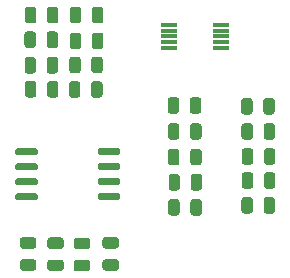
<source format=gtp>
G04 #@! TF.GenerationSoftware,KiCad,Pcbnew,(5.1.6)-1*
G04 #@! TF.CreationDate,2022-01-24T22:45:59-06:00*
G04 #@! TF.ProjectId,bassDrum,62617373-4472-4756-9d2e-6b696361645f,rev?*
G04 #@! TF.SameCoordinates,Original*
G04 #@! TF.FileFunction,Paste,Top*
G04 #@! TF.FilePolarity,Positive*
%FSLAX46Y46*%
G04 Gerber Fmt 4.6, Leading zero omitted, Abs format (unit mm)*
G04 Created by KiCad (PCBNEW (5.1.6)-1) date 2022-01-24 22:45:59*
%MOMM*%
%LPD*%
G01*
G04 APERTURE LIST*
%ADD10R,1.400000X0.300000*%
G04 APERTURE END LIST*
G36*
G01*
X107896600Y-110590650D02*
X107896600Y-109678150D01*
G75*
G02*
X108140350Y-109434400I243750J0D01*
G01*
X108627850Y-109434400D01*
G75*
G02*
X108871600Y-109678150I0J-243750D01*
G01*
X108871600Y-110590650D01*
G75*
G02*
X108627850Y-110834400I-243750J0D01*
G01*
X108140350Y-110834400D01*
G75*
G02*
X107896600Y-110590650I0J243750D01*
G01*
G37*
G36*
G01*
X109771600Y-110590650D02*
X109771600Y-109678150D01*
G75*
G02*
X110015350Y-109434400I243750J0D01*
G01*
X110502850Y-109434400D01*
G75*
G02*
X110746600Y-109678150I0J-243750D01*
G01*
X110746600Y-110590650D01*
G75*
G02*
X110502850Y-110834400I-243750J0D01*
G01*
X110015350Y-110834400D01*
G75*
G02*
X109771600Y-110590650I0J243750D01*
G01*
G37*
G36*
G01*
X115971500Y-110412850D02*
X115971500Y-109500350D01*
G75*
G02*
X116215250Y-109256600I243750J0D01*
G01*
X116702750Y-109256600D01*
G75*
G02*
X116946500Y-109500350I0J-243750D01*
G01*
X116946500Y-110412850D01*
G75*
G02*
X116702750Y-110656600I-243750J0D01*
G01*
X116215250Y-110656600D01*
G75*
G02*
X115971500Y-110412850I0J243750D01*
G01*
G37*
G36*
G01*
X114096500Y-110412850D02*
X114096500Y-109500350D01*
G75*
G02*
X114340250Y-109256600I243750J0D01*
G01*
X114827750Y-109256600D01*
G75*
G02*
X115071500Y-109500350I0J-243750D01*
G01*
X115071500Y-110412850D01*
G75*
G02*
X114827750Y-110656600I-243750J0D01*
G01*
X114340250Y-110656600D01*
G75*
G02*
X114096500Y-110412850I0J243750D01*
G01*
G37*
G36*
G01*
X97605000Y-98551050D02*
X97605000Y-97638550D01*
G75*
G02*
X97848750Y-97394800I243750J0D01*
G01*
X98336250Y-97394800D01*
G75*
G02*
X98580000Y-97638550I0J-243750D01*
G01*
X98580000Y-98551050D01*
G75*
G02*
X98336250Y-98794800I-243750J0D01*
G01*
X97848750Y-98794800D01*
G75*
G02*
X97605000Y-98551050I0J243750D01*
G01*
G37*
G36*
G01*
X95730000Y-98551050D02*
X95730000Y-97638550D01*
G75*
G02*
X95973750Y-97394800I243750J0D01*
G01*
X96461250Y-97394800D01*
G75*
G02*
X96705000Y-97638550I0J-243750D01*
G01*
X96705000Y-98551050D01*
G75*
G02*
X96461250Y-98794800I-243750J0D01*
G01*
X95973750Y-98794800D01*
G75*
G02*
X95730000Y-98551050I0J243750D01*
G01*
G37*
G36*
G01*
X95727700Y-96392050D02*
X95727700Y-95479550D01*
G75*
G02*
X95971450Y-95235800I243750J0D01*
G01*
X96458950Y-95235800D01*
G75*
G02*
X96702700Y-95479550I0J-243750D01*
G01*
X96702700Y-96392050D01*
G75*
G02*
X96458950Y-96635800I-243750J0D01*
G01*
X95971450Y-96635800D01*
G75*
G02*
X95727700Y-96392050I0J243750D01*
G01*
G37*
G36*
G01*
X97602700Y-96392050D02*
X97602700Y-95479550D01*
G75*
G02*
X97846450Y-95235800I243750J0D01*
G01*
X98333950Y-95235800D01*
G75*
G02*
X98577700Y-95479550I0J-243750D01*
G01*
X98577700Y-96392050D01*
G75*
G02*
X98333950Y-96635800I-243750J0D01*
G01*
X97846450Y-96635800D01*
G75*
G02*
X97602700Y-96392050I0J243750D01*
G01*
G37*
G36*
G01*
X99563100Y-96493650D02*
X99563100Y-95581150D01*
G75*
G02*
X99806850Y-95337400I243750J0D01*
G01*
X100294350Y-95337400D01*
G75*
G02*
X100538100Y-95581150I0J-243750D01*
G01*
X100538100Y-96493650D01*
G75*
G02*
X100294350Y-96737400I-243750J0D01*
G01*
X99806850Y-96737400D01*
G75*
G02*
X99563100Y-96493650I0J243750D01*
G01*
G37*
G36*
G01*
X101438100Y-96493650D02*
X101438100Y-95581150D01*
G75*
G02*
X101681850Y-95337400I243750J0D01*
G01*
X102169350Y-95337400D01*
G75*
G02*
X102413100Y-95581150I0J-243750D01*
G01*
X102413100Y-96493650D01*
G75*
G02*
X102169350Y-96737400I-243750J0D01*
G01*
X101681850Y-96737400D01*
G75*
G02*
X101438100Y-96493650I0J243750D01*
G01*
G37*
G36*
G01*
X115094600Y-107392150D02*
X115094600Y-108304650D01*
G75*
G02*
X114850850Y-108548400I-243750J0D01*
G01*
X114363350Y-108548400D01*
G75*
G02*
X114119600Y-108304650I0J243750D01*
G01*
X114119600Y-107392150D01*
G75*
G02*
X114363350Y-107148400I243750J0D01*
G01*
X114850850Y-107148400D01*
G75*
G02*
X115094600Y-107392150I0J-243750D01*
G01*
G37*
G36*
G01*
X116969600Y-107392150D02*
X116969600Y-108304650D01*
G75*
G02*
X116725850Y-108548400I-243750J0D01*
G01*
X116238350Y-108548400D01*
G75*
G02*
X115994600Y-108304650I0J243750D01*
G01*
X115994600Y-107392150D01*
G75*
G02*
X116238350Y-107148400I243750J0D01*
G01*
X116725850Y-107148400D01*
G75*
G02*
X116969600Y-107392150I0J-243750D01*
G01*
G37*
G36*
G01*
X95581150Y-112646400D02*
X96493650Y-112646400D01*
G75*
G02*
X96737400Y-112890150I0J-243750D01*
G01*
X96737400Y-113377650D01*
G75*
G02*
X96493650Y-113621400I-243750J0D01*
G01*
X95581150Y-113621400D01*
G75*
G02*
X95337400Y-113377650I0J243750D01*
G01*
X95337400Y-112890150D01*
G75*
G02*
X95581150Y-112646400I243750J0D01*
G01*
G37*
G36*
G01*
X95581150Y-114521400D02*
X96493650Y-114521400D01*
G75*
G02*
X96737400Y-114765150I0J-243750D01*
G01*
X96737400Y-115252650D01*
G75*
G02*
X96493650Y-115496400I-243750J0D01*
G01*
X95581150Y-115496400D01*
G75*
G02*
X95337400Y-115252650I0J243750D01*
G01*
X95337400Y-114765150D01*
G75*
G02*
X95581150Y-114521400I243750J0D01*
G01*
G37*
G36*
G01*
X97892550Y-114546800D02*
X98805050Y-114546800D01*
G75*
G02*
X99048800Y-114790550I0J-243750D01*
G01*
X99048800Y-115278050D01*
G75*
G02*
X98805050Y-115521800I-243750J0D01*
G01*
X97892550Y-115521800D01*
G75*
G02*
X97648800Y-115278050I0J243750D01*
G01*
X97648800Y-114790550D01*
G75*
G02*
X97892550Y-114546800I243750J0D01*
G01*
G37*
G36*
G01*
X97892550Y-112671800D02*
X98805050Y-112671800D01*
G75*
G02*
X99048800Y-112915550I0J-243750D01*
G01*
X99048800Y-113403050D01*
G75*
G02*
X98805050Y-113646800I-243750J0D01*
G01*
X97892550Y-113646800D01*
G75*
G02*
X97648800Y-113403050I0J243750D01*
G01*
X97648800Y-112915550D01*
G75*
G02*
X97892550Y-112671800I243750J0D01*
G01*
G37*
G36*
G01*
X100127750Y-112697200D02*
X101040250Y-112697200D01*
G75*
G02*
X101284000Y-112940950I0J-243750D01*
G01*
X101284000Y-113428450D01*
G75*
G02*
X101040250Y-113672200I-243750J0D01*
G01*
X100127750Y-113672200D01*
G75*
G02*
X99884000Y-113428450I0J243750D01*
G01*
X99884000Y-112940950D01*
G75*
G02*
X100127750Y-112697200I243750J0D01*
G01*
G37*
G36*
G01*
X100127750Y-114572200D02*
X101040250Y-114572200D01*
G75*
G02*
X101284000Y-114815950I0J-243750D01*
G01*
X101284000Y-115303450D01*
G75*
G02*
X101040250Y-115547200I-243750J0D01*
G01*
X100127750Y-115547200D01*
G75*
G02*
X99884000Y-115303450I0J243750D01*
G01*
X99884000Y-114815950D01*
G75*
G02*
X100127750Y-114572200I243750J0D01*
G01*
G37*
G36*
G01*
X107922000Y-108457050D02*
X107922000Y-107544550D01*
G75*
G02*
X108165750Y-107300800I243750J0D01*
G01*
X108653250Y-107300800D01*
G75*
G02*
X108897000Y-107544550I0J-243750D01*
G01*
X108897000Y-108457050D01*
G75*
G02*
X108653250Y-108700800I-243750J0D01*
G01*
X108165750Y-108700800D01*
G75*
G02*
X107922000Y-108457050I0J243750D01*
G01*
G37*
G36*
G01*
X109797000Y-108457050D02*
X109797000Y-107544550D01*
G75*
G02*
X110040750Y-107300800I243750J0D01*
G01*
X110528250Y-107300800D01*
G75*
G02*
X110772000Y-107544550I0J-243750D01*
G01*
X110772000Y-108457050D01*
G75*
G02*
X110528250Y-108700800I-243750J0D01*
G01*
X110040750Y-108700800D01*
G75*
G02*
X109797000Y-108457050I0J243750D01*
G01*
G37*
G36*
G01*
X115941500Y-102030850D02*
X115941500Y-101118350D01*
G75*
G02*
X116185250Y-100874600I243750J0D01*
G01*
X116672750Y-100874600D01*
G75*
G02*
X116916500Y-101118350I0J-243750D01*
G01*
X116916500Y-102030850D01*
G75*
G02*
X116672750Y-102274600I-243750J0D01*
G01*
X116185250Y-102274600D01*
G75*
G02*
X115941500Y-102030850I0J243750D01*
G01*
G37*
G36*
G01*
X114066500Y-102030850D02*
X114066500Y-101118350D01*
G75*
G02*
X114310250Y-100874600I243750J0D01*
G01*
X114797750Y-100874600D01*
G75*
G02*
X115041500Y-101118350I0J-243750D01*
G01*
X115041500Y-102030850D01*
G75*
G02*
X114797750Y-102274600I-243750J0D01*
G01*
X114310250Y-102274600D01*
G75*
G02*
X114066500Y-102030850I0J243750D01*
G01*
G37*
G36*
G01*
X97630400Y-100583050D02*
X97630400Y-99670550D01*
G75*
G02*
X97874150Y-99426800I243750J0D01*
G01*
X98361650Y-99426800D01*
G75*
G02*
X98605400Y-99670550I0J-243750D01*
G01*
X98605400Y-100583050D01*
G75*
G02*
X98361650Y-100826800I-243750J0D01*
G01*
X97874150Y-100826800D01*
G75*
G02*
X97630400Y-100583050I0J243750D01*
G01*
G37*
G36*
G01*
X95755400Y-100583050D02*
X95755400Y-99670550D01*
G75*
G02*
X95999150Y-99426800I243750J0D01*
G01*
X96486650Y-99426800D01*
G75*
G02*
X96730400Y-99670550I0J-243750D01*
G01*
X96730400Y-100583050D01*
G75*
G02*
X96486650Y-100826800I-243750J0D01*
G01*
X95999150Y-100826800D01*
G75*
G02*
X95755400Y-100583050I0J243750D01*
G01*
G37*
G36*
G01*
X101364200Y-100608450D02*
X101364200Y-99695950D01*
G75*
G02*
X101607950Y-99452200I243750J0D01*
G01*
X102095450Y-99452200D01*
G75*
G02*
X102339200Y-99695950I0J-243750D01*
G01*
X102339200Y-100608450D01*
G75*
G02*
X102095450Y-100852200I-243750J0D01*
G01*
X101607950Y-100852200D01*
G75*
G02*
X101364200Y-100608450I0J243750D01*
G01*
G37*
G36*
G01*
X99489200Y-100608450D02*
X99489200Y-99695950D01*
G75*
G02*
X99732950Y-99452200I243750J0D01*
G01*
X100220450Y-99452200D01*
G75*
G02*
X100464200Y-99695950I0J-243750D01*
G01*
X100464200Y-100608450D01*
G75*
G02*
X100220450Y-100852200I-243750J0D01*
G01*
X99732950Y-100852200D01*
G75*
G02*
X99489200Y-100608450I0J243750D01*
G01*
G37*
G36*
G01*
X101389600Y-98525650D02*
X101389600Y-97613150D01*
G75*
G02*
X101633350Y-97369400I243750J0D01*
G01*
X102120850Y-97369400D01*
G75*
G02*
X102364600Y-97613150I0J-243750D01*
G01*
X102364600Y-98525650D01*
G75*
G02*
X102120850Y-98769400I-243750J0D01*
G01*
X101633350Y-98769400D01*
G75*
G02*
X101389600Y-98525650I0J243750D01*
G01*
G37*
G36*
G01*
X99514600Y-98525650D02*
X99514600Y-97613150D01*
G75*
G02*
X99758350Y-97369400I243750J0D01*
G01*
X100245850Y-97369400D01*
G75*
G02*
X100489600Y-97613150I0J-243750D01*
G01*
X100489600Y-98525650D01*
G75*
G02*
X100245850Y-98769400I-243750J0D01*
G01*
X99758350Y-98769400D01*
G75*
G02*
X99514600Y-98525650I0J243750D01*
G01*
G37*
G36*
G01*
X95755400Y-94309250D02*
X95755400Y-93396750D01*
G75*
G02*
X95999150Y-93153000I243750J0D01*
G01*
X96486650Y-93153000D01*
G75*
G02*
X96730400Y-93396750I0J-243750D01*
G01*
X96730400Y-94309250D01*
G75*
G02*
X96486650Y-94553000I-243750J0D01*
G01*
X95999150Y-94553000D01*
G75*
G02*
X95755400Y-94309250I0J243750D01*
G01*
G37*
G36*
G01*
X97630400Y-94309250D02*
X97630400Y-93396750D01*
G75*
G02*
X97874150Y-93153000I243750J0D01*
G01*
X98361650Y-93153000D01*
G75*
G02*
X98605400Y-93396750I0J-243750D01*
G01*
X98605400Y-94309250D01*
G75*
G02*
X98361650Y-94553000I-243750J0D01*
G01*
X97874150Y-94553000D01*
G75*
G02*
X97630400Y-94309250I0J243750D01*
G01*
G37*
G36*
G01*
X99563100Y-94309250D02*
X99563100Y-93396750D01*
G75*
G02*
X99806850Y-93153000I243750J0D01*
G01*
X100294350Y-93153000D01*
G75*
G02*
X100538100Y-93396750I0J-243750D01*
G01*
X100538100Y-94309250D01*
G75*
G02*
X100294350Y-94553000I-243750J0D01*
G01*
X99806850Y-94553000D01*
G75*
G02*
X99563100Y-94309250I0J243750D01*
G01*
G37*
G36*
G01*
X101438100Y-94309250D02*
X101438100Y-93396750D01*
G75*
G02*
X101681850Y-93153000I243750J0D01*
G01*
X102169350Y-93153000D01*
G75*
G02*
X102413100Y-93396750I0J-243750D01*
G01*
X102413100Y-94309250D01*
G75*
G02*
X102169350Y-94553000I-243750J0D01*
G01*
X101681850Y-94553000D01*
G75*
G02*
X101438100Y-94309250I0J243750D01*
G01*
G37*
G36*
G01*
X108846200Y-103251950D02*
X108846200Y-104164450D01*
G75*
G02*
X108602450Y-104408200I-243750J0D01*
G01*
X108114950Y-104408200D01*
G75*
G02*
X107871200Y-104164450I0J243750D01*
G01*
X107871200Y-103251950D01*
G75*
G02*
X108114950Y-103008200I243750J0D01*
G01*
X108602450Y-103008200D01*
G75*
G02*
X108846200Y-103251950I0J-243750D01*
G01*
G37*
G36*
G01*
X110721200Y-103251950D02*
X110721200Y-104164450D01*
G75*
G02*
X110477450Y-104408200I-243750J0D01*
G01*
X109989950Y-104408200D01*
G75*
G02*
X109746200Y-104164450I0J243750D01*
G01*
X109746200Y-103251950D01*
G75*
G02*
X109989950Y-103008200I243750J0D01*
G01*
X110477450Y-103008200D01*
G75*
G02*
X110721200Y-103251950I0J-243750D01*
G01*
G37*
G36*
G01*
X103478650Y-115496400D02*
X102566150Y-115496400D01*
G75*
G02*
X102322400Y-115252650I0J243750D01*
G01*
X102322400Y-114765150D01*
G75*
G02*
X102566150Y-114521400I243750J0D01*
G01*
X103478650Y-114521400D01*
G75*
G02*
X103722400Y-114765150I0J-243750D01*
G01*
X103722400Y-115252650D01*
G75*
G02*
X103478650Y-115496400I-243750J0D01*
G01*
G37*
G36*
G01*
X103478650Y-113621400D02*
X102566150Y-113621400D01*
G75*
G02*
X102322400Y-113377650I0J243750D01*
G01*
X102322400Y-112890150D01*
G75*
G02*
X102566150Y-112646400I243750J0D01*
G01*
X103478650Y-112646400D01*
G75*
G02*
X103722400Y-112890150I0J-243750D01*
G01*
X103722400Y-113377650D01*
G75*
G02*
X103478650Y-113621400I-243750J0D01*
G01*
G37*
G36*
G01*
X115071500Y-103251950D02*
X115071500Y-104164450D01*
G75*
G02*
X114827750Y-104408200I-243750J0D01*
G01*
X114340250Y-104408200D01*
G75*
G02*
X114096500Y-104164450I0J243750D01*
G01*
X114096500Y-103251950D01*
G75*
G02*
X114340250Y-103008200I243750J0D01*
G01*
X114827750Y-103008200D01*
G75*
G02*
X115071500Y-103251950I0J-243750D01*
G01*
G37*
G36*
G01*
X116946500Y-103251950D02*
X116946500Y-104164450D01*
G75*
G02*
X116702750Y-104408200I-243750J0D01*
G01*
X116215250Y-104408200D01*
G75*
G02*
X115971500Y-104164450I0J243750D01*
G01*
X115971500Y-103251950D01*
G75*
G02*
X116215250Y-103008200I243750J0D01*
G01*
X116702750Y-103008200D01*
G75*
G02*
X116946500Y-103251950I0J-243750D01*
G01*
G37*
G36*
G01*
X107871200Y-106323450D02*
X107871200Y-105410950D01*
G75*
G02*
X108114950Y-105167200I243750J0D01*
G01*
X108602450Y-105167200D01*
G75*
G02*
X108846200Y-105410950I0J-243750D01*
G01*
X108846200Y-106323450D01*
G75*
G02*
X108602450Y-106567200I-243750J0D01*
G01*
X108114950Y-106567200D01*
G75*
G02*
X107871200Y-106323450I0J243750D01*
G01*
G37*
G36*
G01*
X109746200Y-106323450D02*
X109746200Y-105410950D01*
G75*
G02*
X109989950Y-105167200I243750J0D01*
G01*
X110477450Y-105167200D01*
G75*
G02*
X110721200Y-105410950I0J-243750D01*
G01*
X110721200Y-106323450D01*
G75*
G02*
X110477450Y-106567200I-243750J0D01*
G01*
X109989950Y-106567200D01*
G75*
G02*
X109746200Y-106323450I0J243750D01*
G01*
G37*
D10*
X112385200Y-96656400D03*
X112385200Y-96156400D03*
X112385200Y-95656400D03*
X112385200Y-95156400D03*
X112385200Y-94656400D03*
X107985200Y-94656400D03*
X107985200Y-95156400D03*
X107985200Y-95656400D03*
X107985200Y-96156400D03*
X107985200Y-96656400D03*
G36*
G01*
X109723100Y-101954650D02*
X109723100Y-101042150D01*
G75*
G02*
X109966850Y-100798400I243750J0D01*
G01*
X110454350Y-100798400D01*
G75*
G02*
X110698100Y-101042150I0J-243750D01*
G01*
X110698100Y-101954650D01*
G75*
G02*
X110454350Y-102198400I-243750J0D01*
G01*
X109966850Y-102198400D01*
G75*
G02*
X109723100Y-101954650I0J243750D01*
G01*
G37*
G36*
G01*
X107848100Y-101954650D02*
X107848100Y-101042150D01*
G75*
G02*
X108091850Y-100798400I243750J0D01*
G01*
X108579350Y-100798400D01*
G75*
G02*
X108823100Y-101042150I0J-243750D01*
G01*
X108823100Y-101954650D01*
G75*
G02*
X108579350Y-102198400I-243750J0D01*
G01*
X108091850Y-102198400D01*
G75*
G02*
X107848100Y-101954650I0J243750D01*
G01*
G37*
G36*
G01*
X114119600Y-106272650D02*
X114119600Y-105360150D01*
G75*
G02*
X114363350Y-105116400I243750J0D01*
G01*
X114850850Y-105116400D01*
G75*
G02*
X115094600Y-105360150I0J-243750D01*
G01*
X115094600Y-106272650D01*
G75*
G02*
X114850850Y-106516400I-243750J0D01*
G01*
X114363350Y-106516400D01*
G75*
G02*
X114119600Y-106272650I0J243750D01*
G01*
G37*
G36*
G01*
X115994600Y-106272650D02*
X115994600Y-105360150D01*
G75*
G02*
X116238350Y-105116400I243750J0D01*
G01*
X116725850Y-105116400D01*
G75*
G02*
X116969600Y-105360150I0J-243750D01*
G01*
X116969600Y-106272650D01*
G75*
G02*
X116725850Y-106516400I-243750J0D01*
G01*
X116238350Y-106516400D01*
G75*
G02*
X115994600Y-106272650I0J243750D01*
G01*
G37*
G36*
G01*
X94940200Y-105560000D02*
X94940200Y-105260000D01*
G75*
G02*
X95090200Y-105110000I150000J0D01*
G01*
X96690200Y-105110000D01*
G75*
G02*
X96840200Y-105260000I0J-150000D01*
G01*
X96840200Y-105560000D01*
G75*
G02*
X96690200Y-105710000I-150000J0D01*
G01*
X95090200Y-105710000D01*
G75*
G02*
X94940200Y-105560000I0J150000D01*
G01*
G37*
G36*
G01*
X94940200Y-106830000D02*
X94940200Y-106530000D01*
G75*
G02*
X95090200Y-106380000I150000J0D01*
G01*
X96690200Y-106380000D01*
G75*
G02*
X96840200Y-106530000I0J-150000D01*
G01*
X96840200Y-106830000D01*
G75*
G02*
X96690200Y-106980000I-150000J0D01*
G01*
X95090200Y-106980000D01*
G75*
G02*
X94940200Y-106830000I0J150000D01*
G01*
G37*
G36*
G01*
X94940200Y-108100000D02*
X94940200Y-107800000D01*
G75*
G02*
X95090200Y-107650000I150000J0D01*
G01*
X96690200Y-107650000D01*
G75*
G02*
X96840200Y-107800000I0J-150000D01*
G01*
X96840200Y-108100000D01*
G75*
G02*
X96690200Y-108250000I-150000J0D01*
G01*
X95090200Y-108250000D01*
G75*
G02*
X94940200Y-108100000I0J150000D01*
G01*
G37*
G36*
G01*
X94940200Y-109370000D02*
X94940200Y-109070000D01*
G75*
G02*
X95090200Y-108920000I150000J0D01*
G01*
X96690200Y-108920000D01*
G75*
G02*
X96840200Y-109070000I0J-150000D01*
G01*
X96840200Y-109370000D01*
G75*
G02*
X96690200Y-109520000I-150000J0D01*
G01*
X95090200Y-109520000D01*
G75*
G02*
X94940200Y-109370000I0J150000D01*
G01*
G37*
G36*
G01*
X101940200Y-109370000D02*
X101940200Y-109070000D01*
G75*
G02*
X102090200Y-108920000I150000J0D01*
G01*
X103690200Y-108920000D01*
G75*
G02*
X103840200Y-109070000I0J-150000D01*
G01*
X103840200Y-109370000D01*
G75*
G02*
X103690200Y-109520000I-150000J0D01*
G01*
X102090200Y-109520000D01*
G75*
G02*
X101940200Y-109370000I0J150000D01*
G01*
G37*
G36*
G01*
X101940200Y-108100000D02*
X101940200Y-107800000D01*
G75*
G02*
X102090200Y-107650000I150000J0D01*
G01*
X103690200Y-107650000D01*
G75*
G02*
X103840200Y-107800000I0J-150000D01*
G01*
X103840200Y-108100000D01*
G75*
G02*
X103690200Y-108250000I-150000J0D01*
G01*
X102090200Y-108250000D01*
G75*
G02*
X101940200Y-108100000I0J150000D01*
G01*
G37*
G36*
G01*
X101940200Y-106830000D02*
X101940200Y-106530000D01*
G75*
G02*
X102090200Y-106380000I150000J0D01*
G01*
X103690200Y-106380000D01*
G75*
G02*
X103840200Y-106530000I0J-150000D01*
G01*
X103840200Y-106830000D01*
G75*
G02*
X103690200Y-106980000I-150000J0D01*
G01*
X102090200Y-106980000D01*
G75*
G02*
X101940200Y-106830000I0J150000D01*
G01*
G37*
G36*
G01*
X101940200Y-105560000D02*
X101940200Y-105260000D01*
G75*
G02*
X102090200Y-105110000I150000J0D01*
G01*
X103690200Y-105110000D01*
G75*
G02*
X103840200Y-105260000I0J-150000D01*
G01*
X103840200Y-105560000D01*
G75*
G02*
X103690200Y-105710000I-150000J0D01*
G01*
X102090200Y-105710000D01*
G75*
G02*
X101940200Y-105560000I0J150000D01*
G01*
G37*
M02*

</source>
